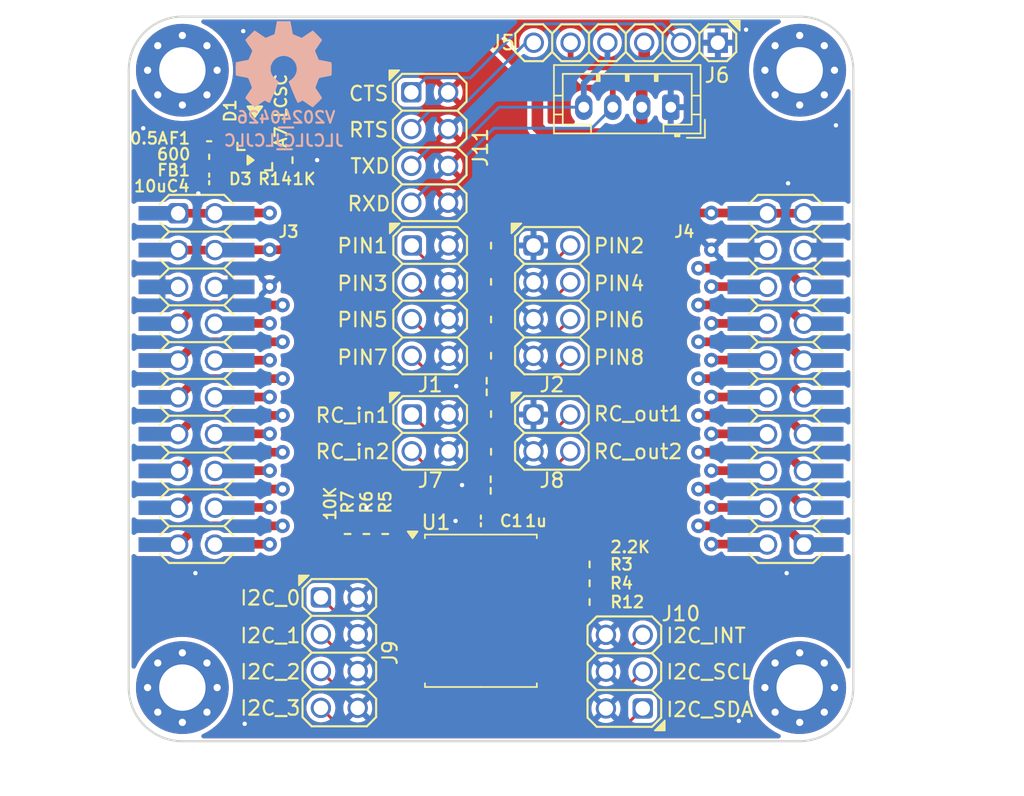
<source format=kicad_pcb>
(kicad_pcb (version 20221018) (generator pcbnew)
  (layers (0 "F.Cu" signal) (31 "B.Cu" signal) (34 "B.Paste" user) (35 "F.Paste" user) (36 "B.SilkS" user "B.Silkscreen") (37 "F.SilkS" user "F.Silkscreen") (38 "B.Mask" user) (39 "F.Mask" user) (44 "Edge.Cuts" user))
  (net 0 "")
  (net 1 "/VBUS")
  (net 2 "/VSS")
  (net 3 "/GPIO_28")
  (net 4 "/GPIO_29")
  (net 5 "/GPIO_20")
  (net 6 "/GPIO_23")
  (net 7 "/GPIO_27")
  (net 8 "/GPIO_16")
  (net 9 "/GPIO_21")
  (net 10 "/GPIO_19")
  (net 11 "/GPIO_17")
  (net 12 "/GPIO_18")
  (net 13 "/GPIO_15")
  (net 14 "/GPIO_14")
  (net 15 "/GPIO_22")
  (net 16 "/GPIO_24")
  (net 17 "/GPIO_25")
  (net 18 "/GPIO_26")
  (net 19 "/GPIO_13")
  (net 20 "/GPIO_12")
  (net 21 "/GPIO_11")
  (net 22 "/GPIO_10")
  (net 23 "/GPIO_09")
  (net 24 "/GPIO_08")
  (net 25 "/GPIO_07")
  (net 26 "/GPIO_06")
  (net 27 "/GPIO_05")
  (net 28 "/GPIO_04")
  (net 29 "/GPIO_03")
  (net 30 "/GPIO_02")
  (net 31 "/GPIO_01")
  (net 32 "/GPIO_00")
  (net 33 "/VDD1")
  (net 34 "/VDD2")
  (net 35 "Net-(F1-Pad1)")
  (net 36 "/TXD")
  (net 37 "/RXD")
  (net 38 "/RTS")
  (net 39 "/CTS")
  (net 40 "Net-(D1-K)")
  (net 41 "/VIN")
  (net 42 "/SDA")
  (net 43 "/SCL")
  (net 44 "Net-(U1-A0)")
  (net 45 "Net-(U1-A1)")
  (net 46 "Net-(U1-A2)")
  (net 47 "Net-(U1-P4)")
  (net 48 "/INT")
  (net 49 "Net-(D3-K)")
  (net 50 "Net-(U1-P6)")
  (net 51 "Net-(J9-Pin_1)")
  (net 52 "Net-(J9-Pin_3)")
  (net 53 "Net-(J9-Pin_5)")
  (net 54 "Net-(J9-Pin_7)")
  (net 55 "Net-(J8-Pin_2)")
  (net 56 "Net-(J8-Pin_4)")
  (net 57 "Net-(J1-Pin_1)")
  (net 58 "Net-(J1-Pin_3)")
  (net 59 "Net-(J1-Pin_5)")
  (net 60 "Net-(J1-Pin_7)")
  (net 61 "Net-(J2-Pin_2)")
  (net 62 "Net-(J2-Pin_4)")
  (net 63 "Net-(J2-Pin_6)")
  (net 64 "Net-(J2-Pin_8)")
  (net 65 "Net-(J7-Pin_1)")
  (net 66 "Net-(J7-Pin_3)")
  (footprint "MountingHole:MountingHole_3.2mm_M3_Pad_Via" (layer "F.Cu") (at 63.7 64.7)
    (fp_text reference "H1" hide)
    (fp_text value "MountingHole" hide)
  )
  (footprint "MountingHole:MountingHole_3.2mm_M3_Pad_Via" (layer "F.Cu") (at 106.3 64.7)
    (fp_text reference "H2" hide)
    (fp_text value "MountingHole" hide)
  )
  (footprint "MountingHole:MountingHole_3.2mm_M3_Pad_Via" (layer "F.Cu") (at 63.7 107.3)
    (fp_text reference "H4" hide)
    (fp_text value "MountingHole" hide)
  )
  (footprint "MountingHole:MountingHole_3.2mm_M3_Pad_Via" (layer "F.Cu") (at 106.3 107.3)
    (fp_text reference "H3" hide)
    (fp_text value "MountingHole" hide)
  )
  (footprint "SquantorConnectorsNamed:nuclone_small_right_stacked" (layer "F.Cu") (at 105.32 86 90)
    (fp_text reference "J4")
    (fp_text value "nuclone_small_right")
  )
  (footprint "SquantorConnectorsNamed:nuclone_small_left_stacked" (layer "F.Cu") (at 64.68 86 -90)
    (fp_text reference "J3")
    (fp_text value "nuclone_small_left")
  )
  (footprint "SquantorTestPoints:TestPoint_hole_H05R10_2side" (layer "F.Cu") (at 69.723 74.549)
    (fp_text reference "TP1" hide)
    (fp_text value "VDD1" hide)
  )
  (footprint "SquantorTestPoints:TestPoint_hole_H05R10_2side" (layer "F.Cu") (at 69.723 77.089)
    (fp_text reference "TP2" hide)
    (fp_text value "VBUS" hide)
  )
  (footprint "SquantorTestPoints:TestPoint_hole_H05R10_2side" (layer "F.Cu") (at 69.723 79.629)
    (fp_text reference "TP3" hide)
    (fp_text value "VSS" hide)
  )
  (footprint "SquantorTestPoints:TestPoint_hole_H05R10_2side" (layer "F.Cu") (at 70.612 80.9)
    (fp_text reference "TP4" hide)
    (fp_text value "P00" hide)
  )
  (footprint "SquantorTestPoints:TestPoint_hole_H05R10_2side" (layer "F.Cu") (at 69.723 82.169)
    (fp_text reference "TP5" hide)
    (fp_text value "P01" hide)
  )
  (footprint "SquantorTestPoints:TestPoint_hole_H05R10_2side" (layer "F.Cu") (at 70.612 83.439)
    (fp_text reference "TP6" hide)
    (fp_text value "P02" hide)
  )
  (footprint "SquantorTestPoints:TestPoint_hole_H05R10_2side" (layer "F.Cu") (at 69.723 84.709)
    (fp_text reference "TP7" hide)
    (fp_text value "P03" hide)
  )
  (footprint "SquantorTestPoints:TestPoint_hole_H05R10_2side" (layer "F.Cu") (at 70.612 85.979)
    (fp_text reference "TP8" hide)
    (fp_text value "P04" hide)
  )
  (footprint "SquantorTestPoints:TestPoint_hole_H05R10_2side" (layer "F.Cu") (at 69.723 87.249)
    (fp_text reference "TP9" hide)
    (fp_text value "P05" hide)
  )
  (footprint "SquantorTestPoints:TestPoint_hole_H05R10_2side" (layer "F.Cu") (at 70.612 88.519)
    (fp_text reference "TP10" hide)
    (fp_text value "P06" hide)
  )
  (footprint "SquantorTestPoints:TestPoint_hole_H05R10_2side" (layer "F.Cu") (at 69.723 89.789)
    (fp_text reference "TP11" hide)
    (fp_text value "P07" hide)
  )
  (footprint "SquantorTestPoints:TestPoint_hole_H05R10_2side" (layer "F.Cu") (at 70.612 91.059)
    (fp_text reference "TP12" hide)
    (fp_text value "P08" hide)
  )
  (footprint "SquantorTestPoints:TestPoint_hole_H05R10_2side" (layer "F.Cu") (at 69.723 92.329)
    (fp_text reference "TP13" hide)
    (fp_text value "P09" hide)
  )
  (footprint "SquantorTestPoints:TestPoint_hole_H05R10_2side" (layer "F.Cu") (at 70.612 93.599)
    (fp_text reference "TP14" hide)
    (fp_text value "P10" hide)
  )
  (footprint "SquantorTestPoints:TestPoint_hole_H05R10_2side" (layer "F.Cu") (at 69.723 94.869)
    (fp_text reference "TP15" hide)
    (fp_text value "P11" hide)
  )
  (footprint "SquantorTestPoints:TestPoint_hole_H05R10_2side" (layer "F.Cu") (at 70.612 96.139)
    (fp_text reference "TP16" hide)
    (fp_text value "P12" hide)
  )
  (footprint "SquantorTestPoints:TestPoint_hole_H05R10_2side" (layer "F.Cu") (at 69.723 97.409)
    (fp_text reference "TP17" hide)
    (fp_text value "P13" hide)
  )
  (footprint "SquantorTestPoints:TestPoint_hole_H05R10_2side" (layer "F.Cu") (at 100.203 74.549)
    (fp_text reference "TP18" hide)
    (fp_text value "VDD2" hide)
  )
  (footprint "SquantorTestPoints:TestPoint_hole_H05R10_2side" (layer "F.Cu") (at 100.203 77.089)
    (fp_text reference "TP19" hide)
    (fp_text value "VSS" hide)
  )
  (footprint "SquantorTestPoints:TestPoint_hole_H05R10_2side" (layer "F.Cu") (at 99.314 78.359)
    (fp_text reference "TP20" hide)
    (fp_text value "P29" hide)
  )
  (footprint "SquantorTestPoints:TestPoint_hole_H05R10_2side" (layer "F.Cu") (at 100.203 79.629)
    (fp_text reference "TP21" hide)
    (fp_text value "P28" hide)
  )
  (footprint "SquantorTestPoints:TestPoint_hole_H05R10_2side" (layer "F.Cu") (at 99.314 80.899)
    (fp_text reference "TP22" hide)
    (fp_text value "P27" hide)
  )
  (footprint "SquantorTestPoints:TestPoint_hole_H05R10_2side" (layer "F.Cu") (at 100.203 82.169)
    (fp_text reference "TP23" hide)
    (fp_text value "P26" hide)
  )
  (footprint "SquantorTestPoints:TestPoint_hole_H05R10_2side" (layer "F.Cu") (at 99.314 83.439)
    (fp_text reference "TP24" hide)
    (fp_text value "P25" hide)
  )
  (footprint "SquantorTestPoints:TestPoint_hole_H05R10_2side" (layer "F.Cu") (at 100.203 84.7)
    (fp_text reference "TP25" hide)
    (fp_text value "P24" hide)
  )
  (footprint "SquantorTestPoints:TestPoint_hole_H05R10_2side" (layer "F.Cu") (at 99.314 85.979)
    (fp_text reference "TP26" hide)
    (fp_text value "P23" hide)
  )
  (footprint "SquantorTestPoints:TestPoint_hole_H05R10_2side" (layer "F.Cu") (at 100.203 87.249)
    (fp_text reference "TP27" hide)
    (fp_text value "P22" hide)
  )
  (footprint "SquantorTestPoints:TestPoint_hole_H05R10_2side" (layer "F.Cu") (at 99.314 88.519)
    (fp_text reference "TP28" hide)
    (fp_text value "P21" hide)
  )
  (footprint "SquantorTestPoints:TestPoint_hole_H05R10_2side" (layer "F.Cu") (at 100.203 89.789)
    (fp_text reference "TP29" hide)
    (fp_text value "P20" hide)
  )
  (footprint "SquantorTestPoints:TestPoint_hole_H05R10_2side" (layer "F.Cu") (at 99.314 91.059)
    (fp_text reference "TP30" hide)
    (fp_text value "P19" hide)
  )
  (footprint "SquantorTestPoints:TestPoint_hole_H05R10_2side" (layer "F.Cu") (at 99.314 93.599)
    (fp_text reference "TP32" hide)
    (fp_text value "P17" hide)
  )
  (footprint "SquantorTestPoints:TestPoint_hole_H05R10_2side" (layer "F.Cu") (at 100.2 94.869)
    (fp_text reference "TP33" hide)
    (fp_text value "P16" hide)
  )
  (footprint "SquantorTestPoints:TestPoint_hole_H05R10_2side" (layer "F.Cu") (at 99.314 96.139)
    (fp_text reference "TP34" hide)
    (fp_text value "P15" hide)
  )
  (footprint "SquantorTestPoints:TestPoint_hole_H05R10_2side" (layer "F.Cu") (at 100.2 97.4)
    (fp_text reference "TP35" hide)
    (fp_text value "P14" hide)
  )
  (footprint "SquantorCapacitor:C_0603" (layer "F.Cu") (at 65.55 72.2 180)
    (fp_text reference "C4")
    (fp_text value "10u")
  )
  (footprint "SquantorFuse:F_0603_hand" (layer "F.Cu") (at 65.55 69.6)
    (fp_text reference "F1")
    (fp_text value "0.5A")
  )
  (footprint "SquantorInductor:L_0603" (layer "F.Cu") (at 65.55 70.9 180)
    (fp_text reference "FB1")
    (fp_text value "600")
  )
  (footprint "SquantorTestPoints:TestPoint_hole_H05R10_2side" (layer "F.Cu") (at 100.203 92.329)
    (fp_text reference "TP31" hide)
    (fp_text value "P18" hide)
  )
  (footprint "SquantorResistor:R_0603_hand" (layer "F.Cu") (at 75.1 96.7 -90)
    (fp_text reference "R7")
    (fp_text value "10K")
  )
  (footprint "SquantorResistor:R_0603_hand" (layer "F.Cu") (at 77.7 96.7 -90)
    (fp_text reference "R5")
    (fp_text value "10K" hide)
  )
  (footprint "SquantorCapacitor:C_0603" (layer "F.Cu") (at 84.3 95.8)
    (fp_text reference "C1")
    (fp_text value "1u")
  )
  (footprint "SquantorResistor:R_0603_hand" (layer "F.Cu") (at 91.8 98.8)
    (fp_text reference "R3")
    (fp_text value "2.2K" hide)
  )
  (footprint "SquantorResistor:R_0805+0603" (layer "F.Cu") (at 85 84.4)
    (fp_text reference "R11" hide)
    (fp_text value "1K" hide)
  )
  (footprint "SquantorConnectors:Header-0254-2X04-H010" (layer "F.Cu") (at 74.53 104.89 -90)
    (fp_text reference "J9")
    (fp_text value "Conn_02x04_Odd_Even")
  )
  (footprint "SquantorConnectors:Header-0254-2X03-H010" (layer "F.Cu") (at 94.2 106.2 90)
    (fp_text reference "J10")
    (fp_text value "Conn_02x03_Odd_Even")
  )
  (footprint "SquantorDiodes:SOD-123F-hand" (layer "F.Cu") (at 68.7 67.5 90)
    (fp_text reference "D1")
    (fp_text value "A7 LCSC")
  )
  (footprint "SquantorResistor:R_0603_hand" (layer "F.Cu") (at 91.8 100.1)
    (fp_text reference "R4")
    (fp_text value "2.2K")
  )
  (footprint "SquantorConnectors:Header-0254-2X04-H010" (layer "F.Cu") (at 80.8 80.6 -90)
    (fp_text reference "J1")
    (fp_text value "Conn_02x04_Odd_Even")
  )
  (footprint "SquantorConnectors:Header-0254-2X02-H010" (layer "F.Cu") (at 89.2 89.725 -90)
    (fp_text reference "J8")
    (fp_text value "Conn_02x02_Odd_Even")
  )
  (footprint "SquantorResistor:R_0805+0603" (layer "F.Cu") (at 85 81.9)
    (fp_text reference "R10" hide)
    (fp_text value "1K" hide)
  )
  (footprint "SquantorResistor:R_0805+0603" (layer "F.Cu") (at 85 91.025)
    (fp_text reference "R9" hide)
    (fp_text value "1K" hide)
  )
  (footprint "SquantorResistor:R_0603_hand" (layer "F.Cu") (at 76.4 96.7 -90)
    (fp_text reference "R6")
    (fp_text value "10K" hide)
  )
  (footprint "SquantorResistor:R_0805+0603" (layer "F.Cu") (at 85 79.3)
    (fp_text reference "R2" hide)
    (fp_text value "1K" hide)
  )
  (footprint "SquantorConnectors:Header-0254-2X02-H010" (layer "F.Cu") (at 80.8 89.725 -90)
    (fp_text reference "J7")
    (fp_text value "Conn_02x02_Odd_Even")
  )
  (footprint "Connector_JST:JST_PH_B4B-PH-K_1x04_P2.00mm_Vertical" (layer "F.Cu") (at 97.4 67.25 180)
    (fp_text reference "J6")
    (fp_text value "DevBoardUartInput" hide)
  )
  (footprint "SquantorCapacitor:C_0805+0603" (layer "F.Cu") (at 84.975 93.325)
    (fp_text reference "C3" hide)
    (fp_text value "1u" hide)
  )
  (footprint "SquantorDiodes:LED_0603_hand" (layer "F.Cu") (at 68.4 70.9 180)
    (fp_text reference "D3")
    (fp_text value "LED")
  )
  (footprint "SquantorResistor:R_0805+0603" (layer "F.Cu") (at 85 76.8)
    (fp_text reference "R1" hide)
    (fp_text value "1K" hide)
  )
  (footprint "SquantorResistor:R_0805+0603" (layer "F.Cu") (at 85 88.425)
    (fp_text reference "R13" hide)
    (fp_text value "1K" hide)
  )
  (footprint "SquantorConnectors:Header-0254-2X04-H010" (layer "F.Cu") (at 80.77 70.03 -90)
    (fp_text reference "J11")
    (fp_text value "Conn_02x04_Odd_Even")
  )
  (footprint "SquantorCapacitor:C_0805+0603" (layer "F.Cu") (at 84.7 86.525)
    (fp_text reference "C2" hide)
    (fp_text value "1u" hide)
  )
  (footprint "SquantorResistor:R_0603_hand" (layer "F.Cu") (at 71.3 70.9 180)
    (fp_text reference "R14")
    (fp_text value "1K")
  )
  (footprint "SquantorConnectors:Header-0254-1X06-H010" (layer "F.Cu") (at 94.3 62.8 180)
    (fp_text reference "J5")
    (fp_text value "FTDI_PINS_1X06")
  )
  (footprint "SquantorResistor:R_0603_hand" (layer "F.Cu") (at 91.8 101.4)
    (fp_text reference "R12")
    (fp_text value "2.2K" hide)
  )
  (footprint "SquantorConnectors:Header-0254-2X04-H010" (layer "F.Cu") (at 89.2 80.6 -90)
    (fp_text reference "J2")
    (fp_text value "Conn_02x04_Odd_Even")
  )
  (footprint "Package_SO:SOIC-16W_7.5x10.3mm_P1.27mm" (layer "F.Cu") (at 84.3 102)
    (fp_text reference "U1")
    (fp_text value "PCF8574")
  )
  (footprint "Symbol:OSHW-Symbol_6.7x6mm_SilkScreen" (layer "B.Cu") (at 70.7 64.3 180)
    (fp_text reference "N1" hide)
    (fp_text value "OHWLOGO" hide)
  )
  (footprint "SquantorLabels:Label_Generic" (layer "B.Cu") (at 70.75 69.55 180)
    (fp_text reference "N3" hide)
    (fp_text value "JLCJLCJLCJLC")
  )
  (footprint "SquantorLabels:Label_Generic" (layer "B.Cu") (at 70.85 68.05 180)
    (fp_text reference "N2" hide)
    (fp_text value "V20240426")
  )
  (gr_arc (start 110 107.3) (mid 108.916295 109.916295) (end 106.3 111) (stroke (width 0.15)) (layer "Edge.Cuts"))
  (gr_arc (start 63.7 111) (mid 61.083705 109.916295) (end 60 107.3) (stroke (width 0.15)) (layer "Edge.Cuts"))
  (gr_line (start 60 64.7) (end 60 107.3) (stroke (width 0.15)) (layer "Edge.Cuts"))
  (gr_line (start 106.3 61) (end 63.7 61) (stroke (width 0.15)) (layer "Edge.Cuts"))
  (gr_line (start 110 107.3) (end 110 64.7) (stroke (width 0.15)) (layer "Edge.Cuts"))
  (gr_arc (start 106.3 61) (mid 108.916295 62.083705) (end 110 64.7) (stroke (width 0.15)) (layer "Edge.Cuts"))
  (gr_arc (start 60 64.7) (mid 61.083705 62.083705) (end 63.7 61) (stroke (width 0.15)) (layer "Edge.Cuts"))
  (gr_line (start 63.7 111) (end 106.3 111) (stroke (width 0.15)) (layer "Edge.Cuts"))
  (gr_text "I2C_INT" (at 97 104.295) (layer "F.SilkS") (effects (font (size 1 1)) (justify left bottom)))
  (gr_text "RTS" (at 75.1 69.4) (layer "F.SilkS") (effects (font (size 1 1)) (justify left bottom)))
  (gr_text "PIN8" (at 92 85.1) (layer "F.SilkS") (effects (font (size 1 1)) (justify left bottom)))
  (gr_text "I2C_2" (at 67.6 106.8) (layer "F.SilkS") (effects (font (size 1 1)) (justify left bottom)))
  (gr_text "TXD" (at 75.2 71.9) (layer "F.SilkS") (effects (font (size 1 1)) (justify left bottom)))
  (gr_text "PIN2" (at 92 77.4) (layer "F.SilkS") (effects (font (size 1 1)) (justify left bottom)))
  (gr_text "PIN3" (at 74.3 80) (layer "F.SilkS") (effects (font (size 1 1)) (justify left bottom)))
  (gr_text "I2C_3" (at 67.6 109.3) (layer "F.SilkS") (effects (font (size 1 1)) (justify left bottom)))
  (gr_text "RC_in2" (at 72.8 91.6) (layer "F.SilkS") (effects (font (size 1 1)) (justify left bottom)))
  (gr_text "I2C_1" (at 67.6 104.3) (layer "F.SilkS") (effects (font (size 1 1)) (justify left bottom)))
  (gr_text "I2C_SDA" (at 97 109.4) (layer "F.SilkS") (effects (font (size 1 1)) (justify left bottom)))
  (gr_text "I2C_0" (at 67.6 101.7) (layer "F.SilkS") (effects (font (size 1 1)) (justify left bottom)))
  (gr_text "I2C_SCL" (at 97 106.8) (layer "F.SilkS") (effects (font (size 1 1)) (justify left bottom)))
  (gr_text "RXD" (at 75 74.5) (layer "F.SilkS") (effects (font (size 1 1)) (justify left bottom)))
  (gr_text "RC_in1" (at 72.8 89.1) (layer "F.SilkS") (effects (font (size 1 1)) (justify left bottom)))
  (gr_text "PIN5" (at 74.3 82.5) (layer "F.SilkS") (effects (font (size 1 1)) (justify left bottom)))
  (gr_text "PIN7" (at 74.3 85.1) (layer "F.SilkS") (effects (font (size 1 1)) (justify left bottom)))
  (gr_text "PIN4" (at 92 80) (layer "F.SilkS") (effects (font (size 1 1)) (justify left bottom)))
  (gr_text "PIN6" (at 92 82.5) (layer "F.SilkS") (effects (font (size 1 1)) (justify left bottom)))
  (gr_text "RC_out2" (at 92 91.6) (layer "F.SilkS") (effects (font (size 1 1)) (justify left bottom)))
  (gr_text "PIN1" (at 74.3 77.4) (layer "F.SilkS") (effects (font (size 1 1)) (justify left bottom)))
  (gr_text "CTS" (at 75.1 66.9) (layer "F.SilkS") (effects (font (size 1 1)) (justify left bottom)))
  (gr_text "RC_out1" (at 92 89) (layer "F.SilkS") (effects (font (size 1 1)) (justify left bottom)))
  (segment (start 69.2 72.2) (end 66.3 72.2) (width 0.6) (layer "F.Cu") (net 1))
  (segment (start 66.3 70.9) (end 66.3 72.2) (width 0.8) (layer "F.Cu") (net 1))
  (segment (start 69.723 77.089) (end 70.511 77.089) (width 0.6) (layer "F.Cu") (net 1))
  (segment (start 62.33 77.11) (end 67.03 77.11) (width 0.6) (layer "F.Cu") (net 1))
  (segment (start 67.051 77.089) (end 67.03 77.11) (width 0.6) (layer "F.Cu") (net 1))
  (segment (start 66.3 70.9) (end 67.55 70.9) (width 0.4) (layer "F.Cu") (net 1))
  (segment (start 69.723 77.089) (end 67.051 77.089) (width 0.6) (layer "F.Cu") (net 1))
  (segment (start 71 76.6) (end 71 74) (width 0.6) (layer "F.Cu") (net 1))
  (segment (start 71 74) (end 69.2 72.2) (width 0.6) (layer "F.Cu") (net 1))
  (segment (start 70.511 77.089) (end 71 76.6) (width 0.6) (layer "F.Cu") (net 1))
  (segment (start 79.65 106.445) (end 82.855 106.445) (width 0.6) (layer "F.Cu") (net 2))
  (segment (start 83.55 105.75) (end 83.55 95.8) (width 0.6) (layer "F.Cu") (net 2))
  (segment (start 82.855 106.445) (end 83.55 105.75) (width 0.6) (layer "F.Cu") (net 2))
  (via (at 64.6 99.4) (size 0.6) (drill 0.3) (layers "F.Cu" "B.Cu") (net 2))
  (via (at 105.4 99.4) (size 0.6) (drill 0.3) (layers "F.Cu" "B.Cu") (net 2))
  (via (at 102.1 109.6) (size 0.6) (drill 0.3) (layers "F.Cu" "B.Cu") (net 2))
  (via (at 68 109.8) (size 0.6) (drill 0.3) (layers "F.Cu" "B.Cu") (net 2))
  (via (at 67.9 62) (size 0.6) (drill 0.3) (layers "F.Cu" "B.Cu") (net 2))
  (via (at 61 68.7) (size 0.6) (drill 0.3) (layers "F.Cu" "B.Cu") (net 2))
  (via (at 102.6 61.9) (size 0.6) (drill 0.3) (layers "F.Cu" "B.Cu") (net 2))
  (via (at 108.8 68.5) (size 0.6) (drill 0.3) (layers "F.Cu" "B.Cu") (net 2))
  (via (at 73 70.9) (size 0.6) (drill 0.3) (layers "F.Cu" "B.Cu") (net 2))
  (via (at 83 93.325) (size 0.6) (drill 0.3) (layers "F.Cu" "B.Cu") (net 2))
  (via (at 76.4 94.9) (size 0.6) (drill 0.3) (layers "F.Cu" "B.Cu") (net 2))
  (via (at 105.5 72.5) (size 0.6) (drill 0.3) (layers "F.Cu" "B.Cu") (net 2))
  (via (at 82.6 86.5) (size 0.6) (drill 0.3) (layers "F.Cu" "B.Cu") (net 2))
  (via (at 64.8 73.2) (size 0.6) (drill 0.3) (layers "F.Cu" "B.Cu") (net 2))
  (via (at 82.55 95.8) (size 0.6) (drill 0.3) (layers "F.Cu" "B.Cu") (net 2))
  (segment (start 100.203 79.629) (end 102.949 79.629) (width 0.6) (layer "F.Cu") (net 3))
  (segment (start 102.949 79.629) (end 102.97 79.65) (width 0.6) (layer "F.Cu") (net 3))
  (segment (start 105.299 78.359) (end 106.59 79.65) (width 0.6) (layer "F.Cu") (net 4))
  (segment (start 99.314 78.359) (end 105.299 78.359) (width 0.6) (layer "F.Cu") (net 4))
  (segment (start 100.203 89.789) (end 102.949 89.789) (width 0.6) (layer "F.Cu") (net 5))
  (segment (start 102.949 89.789) (end 102.97 89.81) (width 0.6) (layer "F.Cu") (net 5))
  (segment (start 99.314 85.979) (end 105.299 85.979) (width 0.6) (layer "F.Cu") (net 6))
  (segment (start 105.299 85.979) (end 106.59 87.27) (width 0.6) (layer "F.Cu") (net 6))
  (segment (start 105.299 80.899) (end 106.59 82.19) (width 0.6) (layer "F.Cu") (net 7))
  (segment (start 99.314 80.899) (end 105.299 80.899) (width 0.6) (layer "F.Cu") (net 7))
  (segment (start 100.2 94.869) (end 102.949 94.869) (width 0.6) (layer "F.Cu") (net 8))
  (segment (start 102.949 94.869) (end 102.97 94.89) (width 0.6) (layer "F.Cu") (net 8))
  (segment (start 105.299 88.519) (end 106.59 89.81) (width 0.6) (layer "F.Cu") (net 9))
  (segment (start 99.314 88.519) (end 105.299 88.519) (width 0.6) (layer "F.Cu") (net 9))
  (segment (start 105.299 91.059) (end 106.59 92.35) (width 0.6) (layer "F.Cu") (net 10))
  (segment (start 99.314 91.059) (end 105.299 91.059) (width 0.6) (layer "F.Cu") (net 10))
  (segment (start 99.314 93.599) (end 105.299 93.599) (width 0.6) (layer "F.Cu") (net 11))
  (segment (start 105.299 93.599) (end 106.59 94.89) (width 0.6) (layer "F.Cu") (net 11))
  (segment (start 102.949 92.329) (end 102.97 92.35) (width 0.6) (layer "F.Cu") (net 12))
  (segment (start 100.203 92.329) (end 102.949 92.329) (width 0.6) (layer "F.Cu") (net 12))
  (segment (start 105.299 96.139) (end 106.59 97.43) (width 0.6) (layer "F.Cu") (net 13))
  (segment (start 99.314 96.139) (end 105.299 96.139) (width 0.6) (layer "F.Cu") (net 13))
  (segment (start 102.94 97.4) (end 102.97 97.43) (width 0.6) (layer "F.Cu") (net 14))
  (segment (start 100.2 97.4) (end 102.94 97.4) (width 0.6) (layer "F.Cu") (net 14))
  (segment (start 102.949 87.249) (end 102.97 87.27) (width 0.6) (layer "F.Cu") (net 15))
  (segment (start 100.203 87.249) (end 102.949 87.249) (width 0.6) (layer "F.Cu") (net 15))
  (segment (start 100.203 84.7) (end 102.94 84.7) (width 0.6) (layer "F.Cu") (net 16))
  (segment (start 102.94 84.7) (end 102.97 84.73) (width 0.6) (layer "F.Cu") (net 16))
  (segment (start 99.314 83.439) (end 105.299 83.439) (width 0.6) (layer "F.Cu") (net 17))
  (segment (start 105.299 83.439) (end 106.59 84.73) (width 0.6) (layer "F.Cu") (net 17))
  (segment (start 100.203 82.169) (end 102.949 82.169) (width 0.6) (layer "F.Cu") (net 18))
  (segment (start 102.949 82.169) (end 102.97 82.19) (width 0.6) (layer "F.Cu") (net 18))
  (segment (start 67.051 97.409) (end 67.03 97.43) (width 0.6) (layer "F.Cu") (net 19))
  (segment (start 69.723 97.409) (end 67.051 97.409) (width 0.6) (layer "F.Cu") (net 19))
  (segment (start 64.701 96.139) (end 63.41 97.43) (width 0.6) (layer "F.Cu") (net 20))
  (segment (start 70.612 96.139) (end 64.701 96.139) (width 0.6) (layer "F.Cu") (net 20))
  (segment (start 69.723 94.869) (end 67.051 94.869) (width 0.6) (layer "F.Cu") (net 21))
  (segment (start 67.051 94.869) (end 67.03 94.89) (width 0.6) (layer "F.Cu") (net 21))
  (segment (start 64.701 93.599) (end 63.41 94.89) (width 0.6) (layer "F.Cu") (net 22))
  (segment (start 70.612 93.599) (end 64.701 93.599) (width 0.6) (layer "F.Cu") (net 22))
  (segment (start 69.723 92.329) (end 67.051 92.329) (width 0.6) (layer "F.Cu") (net 23))
  (segment (start 67.051 92.329) (end 67.03 92.35) (width 0.6) (layer "F.Cu") (net 23))
  (segment (start 70.612 91.059) (end 64.701 91.059) (width 0.6) (layer "F.Cu") (net 24))
  (segment (start 64.701 91.059) (end 63.41 92.35) (width 0.6) (layer "F.Cu") (net 24))
  (segment (start 67.051 89.789) (end 67.03 89.81) (width 0.6) (layer "F.Cu") (net 25))
  (segment (start 69.723 89.789) (end 67.051 89.789) (width 0.6) (layer "F.Cu") (net 25))
  (segment (start 70.612 88.519) (end 64.701 88.519) (width 0.6) (layer "F.Cu") (net 26))
  (segment (start 64.701 88.519) (end 63.41 89.81) (width 0.6) (layer "F.Cu") (net 26))
  (segment (start 67.051 87.249) (end 67.03 87.27) (width 0.6) (layer "F.Cu") (net 27))
  (segment (start 69.723 87.249) (end 67.051 87.249) (width 0.6) (layer "F.Cu") (net 27))
  (segment (start 64.701 85.979) (end 63.41 87.27) (width 0.6) (layer "F.Cu") (net 28))
  (segment (start 70.612 85.979) (end 64.701 85.979) (width 0.6) (layer "F.Cu") (net 28))
  (segment (start 67.051 84.709) (end 67.03 84.73) (width 0.6) (layer "F.Cu") (net 29))
  (segment (start 69.723 84.709) (end 67.051 84.709) (width 0.6) (layer "F.Cu") (net 29))
  (segment (start 64.701 83.439) (end 63.41 84.73) (width 0.6) (layer "F.Cu") (net 30))
  (segment (start 70.612 83.439) (end 64.701 83.439) (width 0.6) (layer "F.Cu") (net 30))
  (segment (start 67.051 82.169) (end 67.03 82.19) (width 0.6) (layer "F.Cu") (net 31))
  (segment (start 69.723 82.169) (end 67.051 82.169) (width 0.6) (layer "F.Cu") (net 31))
  (segment (start 64.7 80.9) (end 63.41 82.19) (width 0.6) (layer "F.Cu") (net 32))
  (segment (start 70.612 80.9) (end 64.7 80.9) (width 0.6) (layer "F.Cu") (net 32))
  (segment (start 69.723 74.549) (end 67.051 74.549) (width 0.6) (layer "F.Cu") (net 33))
  (segment (start 67.051 74.549) (end 67.03 74.57) (width 0.4) (layer "F.Cu") (net 33))
  (segment (start 62.33 74.57) (end 67.03 74.57) (width 0.6) (layer "F.Cu") (net 33))
  (segment (start 92.65 101.4) (end 92.65 100.1) (width 0.4) (layer "F.Cu") (net 34))
  (segment (start 85.05 94.85) (end 85 94.8) (width 0.6) (layer "F.Cu") (net 34))
  (segment (start 107.67 74.57) (end 102.97 74.57) (width 0.6) (layer "F.Cu") (net 34))
  (segment (start 85.955 97.555) (end 88.95 97.555) (width 0.6) (layer "F.Cu") (net 34))
  (segment (start 85.05 95.8) (end 85.05 94.85) (width 0.6) (layer "F.Cu") (net 34))
  (segment (start 100.203 74.549) (end 102.949 74.549) (width 0.6) (layer "F.Cu") (net 34))
  (segment (start 77.7 95.85) (end 79.75 95.85) (width 0.6) (layer "F.Cu") (net 34))
  (segment (start 92.65 98.05) (end 92.155 97.555) (width 0.4) (layer "F.Cu") (net 34))
  (segment (start 92.65 98.8) (end 92.65 98.05) (width 0.4) (layer "F.Cu") (net 34))
  (segment (start 92.155 97.555) (end 88.95 97.555) (width 0.4) (layer "F.Cu") (net 34))
  (segment (start 80.8 94.8) (end 85 94.8) (width 0.6) (layer "F.Cu") (net 34))
  (segment (start 85.05 95.8) (end 85.05 96.65) (width 0.6) (layer "F.Cu") (net 34))
  (segment (start 79.75 95.85) (end 80.8 94.8) (width 0.6) (layer "F.Cu") (net 34))
  (segment (start 85.05 96.65) (end 85.955 97.555) (width 0.6) (layer "F.Cu") (net 34))
  (segment (start 85 94.8) (end 95 94.8) (width 0.6) (layer "F.Cu") (net 34))
  (segment (start 102.949 74.549) (end 102.97 74.57) (width 0.6) (layer "F.Cu") (net 34))
  (segment (start 95 94.8) (end 97.2 92.6) (width 0.6) (layer "F.Cu") (net 34))
  (segment (start 97.2 92.6) (end 97.2 76.3) (width 0.6) (layer "F.Cu") (net 34))
  (segment (start 98.951 74.549) (end 100.203 74.549) (width 0.6) (layer "F.Cu") (net 34))
  (segment (start 97.2 76.3) (end 98.951 74.549) (width 0.6) (layer "F.Cu") (net 34))
  (segment (start 92.65 100.1) (end 92.65 98.8) (width 0.4) (layer "F.Cu") (net 34))
  (segment (start 64.8 70.9) (end 64.8 69.6) (width 0.8) (layer "F.Cu") (net 35))
  (segment (start 91.4 67.25) (end 85.55 67.25) (width 0.2) (layer "B.Cu") (net 36))
  (segment (start 93.03 62.8) (end 93.03 63.97) (width 0.4) (layer "B.Cu") (net 36))
  (segment (start 80.8 70) (end 79.5 71.3) (width 0.2) (layer "B.Cu") (net 36))
  (segment (start 85.55 67.25) (end 82.8 70) (width 0.2) (layer "B.Cu") (net 36))
  (segment (start 82.8 70) (end 80.8 70) (width 0.2) (layer "B.Cu") (net 36))
  (segment (start 91.4 65.6) (end 91.4 67.25) (width 0.4) (layer "B.Cu") (net 36))
  (segment (start 93.03 63.97) (end 91.4 65.6) (width 0.4) (layer "B.Cu") (net 36))
  (segment (start 90.49 64.29) (end 91.4 65.2) (width 0.4) (layer "F.Cu") (net 37))
  (segment (start 90.49 62.8) (end 90.49 64.29) (width 0.4) (layer "F.Cu") (net 37))
  (segment (start 93.4 65.7) (end 93.4 67.25) (width 0.4) (layer "F.Cu") (net 37))
  (segment (start 91.4 65.2) (end 92.9 65.2) (width 0.4) (layer "F.Cu") (net 37))
  (segment (start 92.9 65.2) (end 93.4 65.7) (width 0.4) (layer "F.Cu") (net 37))
  (segment (start 91.95 68.7) (end 85.2 68.7) (width 0.2) (layer "B.Cu") (net 37))
  (segment (start 93.4 67.25) (end 91.95 68.7) (width 0.2) (layer "B.Cu") (net 37))
  (segment (start 83.3 70.6) (end 83.3 71.9) (width 0.2) (layer "B.Cu") (net 37))
  (segment (start 85.2 68.7) (end 83.3 70.6) (width 0.2) (layer "B.Cu") (net 37))
  (segment (start 80.74 72.6) (end 79.5 73.84) (width 0.2) (layer "B.Cu") (net 37))
  (segment (start 82.6 72.6) (end 80.74 72.6) (width 0.2) (layer "B.Cu") (net 37))
  (segment (start 83.3 71.9) (end 82.6 72.6) (width 0.2) (layer "B.Cu") (net 37))
  (segment (start 87.4 62.8) (end 82.7 67.5) (width 0.2) (layer "B.Cu") (net 38))
  (segment (start 82.7 67.5) (end 80.76 67.5) (width 0.2) (layer "B.Cu") (net 38))
  (segment (start 87.95 62.8) (end 87.4 62.8) (width 0.2) (layer "B.Cu") (net 38))
  (segment (start 80.76 67.5) (end 79.5 68.76) (width 0.2) (layer "B.Cu") (net 38))
  (segment (start 80.5 65.22) (end 79.5 66.22) (width 0.2) (layer "B.Cu") (net 39))
  (segment (start 96.81 61.5) (end 87.3 61.5) (width 0.2) (layer "B.Cu") (net 39))
  (segment (start 98.11 62.8) (end 96.81 61.5) (width 0.2) (layer "B.Cu") (net 39))
  (segment (start 87.3 61.5) (end 83.58 65.22) (width 0.2) (layer "B.Cu") (net 39))
  (segment (start 83.58 65.22) (end 80.5 65.22) (width 0.2) (layer "B.Cu") (net 39))
  (segment (start 67.52 69.08) (end 67 69.6) (width 0.6) (layer "F.Cu") (net 40))
  (segment (start 68.7 69.08) (end 67.52 69.08) (width 0.6) (layer "F.Cu") (net 40))
  (segment (start 66.3 69.6) (end 67 69.6) (width 0.6) (layer "F.Cu") (net 40))
  (segment (start 68.7 65.92) (end 68.7 63.2) (width 0.8) (layer "F.Cu") (net 41))
  (segment (start 68.7 63.2) (end 69.5 62.4) (width 0.8) (layer "F.Cu") (net 41))
  (segment (start 95.57 65.43) (end 95.57 62.8) (width 0.8) (layer "F.Cu") (net 41))
  (segment (start 85 62.4) (end 88.2 65.6) (width 0.8) (layer "F.Cu") (net 41))
  (segment (start 88.2 68.6) (end 88.7 69.1) (width 0.8) (layer "F.Cu") (net 41))
  (segment (start 95.4 68.8) (end 95.4 67.25) (width 0.8) (layer "F.Cu") (net 41))
  (segment (start 88.2 65.6) (end 88.2 68.6) (width 0.8) (layer "F.Cu") (net 41))
  (segment (start 69.5 62.4) (end 85 62.4) (width 0.8) (layer "F.Cu") (net 41))
  (segment (start 95.4 65.6) (end 95.57 65.43) (width 0.8) (layer "F.Cu") (net 41))
  (segment (start 95.1 69.1) (end 95.4 68.8) (width 0.8) (layer "F.Cu") (net 41))
  (segment (start 95.4 67.25) (end 95.4 65.6) (width 0.8) (layer "F.Cu") (net 41))
  (segment (start 88.7 69.1) (end 95.1 69.1) (width 0.8) (layer "F.Cu") (net 41))
  (segment (start 88.95 98.825) (end 90.925 98.825) (width 0.4) (layer "F.Cu") (net 42))
  (segment (start 87.675 98.825) (end 88.95 98.825) (width 0.2) (layer "F.Cu") (net 42))
  (segment (start 92.2 110) (end 90.5 108.3) (width 0.2) (layer "F.Cu") (net 42))
  (segment (start 90.5 108.3) (end 87.3 108.3) (width 0.2) (layer "F.Cu") (net 42))
  (segment (start 90.925 98.825) (end 90.95 98.8) (width 0.4) (layer "F.Cu") (net 42))
  (segment (start 95.47 108.74) (end 94.21 110) (width 0.2) (layer "F.Cu") (net 42))
  (segment (start 86.3 107.3) (end 86.3 100.2) (width 0.2) (layer "F.Cu") (net 42))
  (segment (start 87.3 108.3) (end 86.3 107.3) (width 0.2) (layer "F.Cu") (net 42))
  (segment (start 86.3 100.2) (end 87.675 98.825) (width 0.2) (layer "F.Cu") (net 42))
  (segment (start 94.21 110) (end 92.2 110) (width 0.2) (layer "F.Cu") (net 42))
  (segment (start 90.945 100.095) (end 90.95 100.1) (width 0.4) (layer "F.Cu") (net 43))
  (segment (start 91.1 107.5) (end 90.8 107.8) (width 0.2) (layer "F.Cu") (net 43))
  (segment (start 90.8 107.8) (end 87.5 107.8) (width 0.2) (layer "F.Cu") (net 43))
  (segment (start 86.8 100.95) (end 87.655 100.095) (width 0.2) (layer "F.Cu") (net 43))
  (segment (start 94.17 107.5) (end 91.1 107.5) (width 0.2) (layer "F.Cu") (net 43))
  (segment (start 86.8 107.1) (end 86.8 100.95) (width 0.2) (layer "F.Cu") (net 43))
  (segment (start 95.47 106.2) (end 94.17 107.5) (width 0.2) (layer "F.Cu") (net 43))
  (segment (start 87.5 107.8) (end 86.8 107.1) (width 0.2) (layer "F.Cu") (net 43))
  (segment (start 88.95 100.095) (end 90.945 100.095) (width 0.4) (layer "F.Cu") (net 43))
  (segment (start 87.655 100.095) (end 88.95 100.095) (width 0.2) (layer "F.Cu") (net 43))
  (segment (start 77.705 97.555) (end 77.7 97.55) (width 0.2) (layer "F.Cu") (net 44))
  (segment (start 79.65 97.555) (end 77.705 97.555) (width 0.2) (layer "F.Cu") (net 44))
  (segment (start 77.125 98.825) (end 76.4 98.1) (width 0.2) (layer "F.Cu") (net 45))
  (segment (start 79.65 98.825) (end 77.125 98.825) (width 0.2) (layer "F.Cu") (net 45))
  (segment (start 76.4 98.1) (end 76.4 97.55) (width 0.2) (layer "F.Cu") (net 45))
  (segment (start 77.095 100.095) (end 75.1 98.1) (width 0.2) (layer "F.Cu") (net 46))
  (segment (start 75.1 98.1) (end 75.1 97.55) (width 0.2) (layer "F.Cu") (net 46))
  (segment (start 79.65 100.095) (end 77.095 100.095) (width 0.2) (layer "F.Cu") (net 46))
  (segment (start 88.95 106.445) (end 90.255 106.445) (width 0.2) (layer "F.Cu") (net 47))
  (segment (start 90.275 105.175) (end 88.95 105.175) (width 0.2) (layer "F.Cu") (net 47))
  (segment (start 90.5 105.4) (end 90.275 105.175) (width 0.2) (layer "F.Cu") (net 47))
  (segment (start 90.5 106.2) (end 90.5 105.4) (width 0.2) (layer "F.Cu") (net 47))
  (segment (start 90.255 106.445) (end 90.5 106.2) (width 0.2) (layer "F.Cu") (net 47))
  (segment (start 91.6 105.6) (end 91.6 106.3) (width 0.2) (layer "F.Cu") (net 48))
  (segment (start 91.6 106.3) (end 90.6 107.3) (width 0.2) (layer "F.Cu") (net 48))
  (segment (start 87.3 106.9) (end 87.3 101.7) (width 0.2) (layer "F.Cu") (net 48))
  (segment (start 94.23 104.9) (end 92.3 104.9) (width 0.2) (layer "F.Cu") (net 48))
  (segment (start 90.6 107.3) (end 87.7 107.3) (width 0.2) (layer "F.Cu") (net 48))
  (segment (start 90.915 101.365) (end 90.95 101.4) (width 0.4) (layer "F.Cu") (net 48))
  (segment (start 88.95 101.365) (end 90.915 101.365) (width 0.4) (layer "F.Cu") (net 48))
  (segment (start 87.3 101.7) (end 87.635 101.365) (width 0.2) (layer "F.Cu") (net 48))
  (segment (start 87.635 101.365) (end 88.95 101.365) (width 0.2) (layer "F.Cu") (net 48))
  (segment (start 95.47 103.66) (end 94.23 104.9) (width 0.2) (layer "F.Cu") (net 48))
  (segment (start 92.3 104.9) (end 91.6 105.6) (width 0.2) (layer "F.Cu") (net 48))
  (segment (start 87.7 107.3) (end 87.3 106.9) (width 0.2) (layer "F.Cu") (net 48))
  (segment (start 69.25 70.9) (end 70.45 70.9) (width 0.4) (layer "F.Cu") (net 49))
  (segment (start 90.195 103.905) (end 88.95 103.905) (width 0.2) (layer "F.Cu") (net 50))
  (segment (start 90.4 102.8) (end 90.4 103.7) (width 0.2) (layer "F.Cu") (net 50))
  (segment (start 90.235 102.635) (end 90.4 102.8) (width 0.2) (layer "F.Cu") (net 50))
  (segment (start 90.4 103.7) (end 90.195 103.905) (width 0.2) (layer "F.Cu") (net 50))
  (segment (start 88.95 102.635) (end 90.235 102.635) (width 0.2) (layer "F.Cu") (net 50))
  (segment (start 79.65 101.365) (end 78.335 101.365) (width 0.2) (layer "F.Cu") (net 51))
  (segment (start 78.335 101.365) (end 77.3 102.4) (width 0.2) (layer "F.Cu") (net 51))
  (segment (start 77.3 102.4) (end 74.58 102.4) (width 0.2) (layer "F.Cu") (net 51))
  (segment (start 74.58 102.4) (end 73.26 101.08) (width 0.2) (layer "F.Cu") (net 51))
  (segment (start 78.365 102.635) (end 77.1 103.9) (width 0.2) (layer "F.Cu") (net 52))
  (segment (start 74.54 104.9) (end 73.26 103.62) (width 0.2) (layer "F.Cu") (net 52))
  (segment (start 77.1 103.9) (end 77.1 104.2) (width 0.2) (layer "F.Cu") (net 52))
  (segment (start 79.65 102.635) (end 78.365 102.635) (width 0.2) (layer "F.Cu") (net 52))
  (segment (start 76.4 104.9) (end 74.54 104.9) (width 0.2) (layer "F.Cu") (net 52))
  (segment (start 77.1 104.2) (end 76.4 104.9) (width 0.2) (layer "F.Cu") (net 52))
  (segment (start 74.5 107.4) (end 73.26 106.16) (width 0.2) (layer "F.Cu") (net 53))
  (segment (start 77.4 106.5) (end 76.5 107.4) (width 0.2) (layer "F.Cu") (net 53))
  (segment (start 76.5 107.4) (end 74.5 107.4) (width 0.2) (layer "F.Cu") (net 53))
  (segment (start 78.295 103.905) (end 77.4 104.8) (width 0.2) (layer "F.Cu") (net 53))
  (segment (start 79.65 103.905) (end 78.295 103.905) (width 0.2) (layer "F.Cu") (net 53))
  (segment (start 77.4 104.8) (end 77.4 106.5) (width 0.2) (layer "F.Cu") (net 53))
  (segment (start 76.4 110) (end 74.56 110) (width 0.2) (layer "F.Cu") (net 54))
  (segment (start 74.56 110) (end 73.26 108.7) (width 0.2) (layer "F.Cu") (net 54))
  (segment (start 79.65 105.175) (end 78.325 105.175) (width 0.2) (layer "F.Cu") (net 54))
  (segment (start 77.9 105.6) (end 77.9 108.5) (width 0.2) (layer "F.Cu") (net 54))
  (segment (start 78.325 105.175) (end 77.9 105.6) (width 0.2) (layer "F.Cu") (net 54))
  (segment (start 77.9 108.5) (end 76.4 110) (width 0.2) (layer "F.Cu") (net 54))
  (segment (start 85.775 88.425) (end 85.775 89.4) (width 0.2) (layer "F.Cu") (net 55))
  (segment (start 85.625 86.525) (end 85.625 87.4) (width 0.2) (layer "F.Cu") (net 55))
  (segment (start 89.2 89.725) (end 90.47 88.455) (width 0.2) (layer "F.Cu") (net 55))
  (segment (start 86.1 89.725) (end 89.2 89.725) (width 0.2) (layer "F.Cu") (net 55))
  (segment (start 85.775 87.55) (end 85.775 88.425) (width 0.2) (layer "F.Cu") (net 55))
  (segment (start 85.625 87.4) (end 85.775 87.55) (width 0.2) (layer "F.Cu") (net 55))
  (segment (start 85.775 89.4) (end 86.1 89.725) (width 0.2) (layer "F.Cu") (net 55))
  (segment (start 89.24 92.225) (end 90.47 90.995) (width 0.2) (layer "F.Cu") (net 56))
  (segment (start 87.2 92.225) (end 89.24 92.225) (width 0.2) (layer "F.Cu") (net 56))
  (segment (start 85.9 92.125) (end 85.9 93.325) (width 0.2) (layer "F.Cu") (net 56))
  (segment (start 87.1 92.125) (end 87.2 92.225) (width 0.2) (layer "F.Cu") (net 56))
  (segment (start 85.9 92.125) (end 87.1 92.125) (width 0.2) (layer "F.Cu") (net 56))
  (segment (start 85.775 91.025) (end 85.775 92) (width 0.2) (layer "F.Cu") (net 56))
  (segment (start 85.775 92) (end 85.9 92.125) (width 0.2) (layer "F.Cu") (net 56))
  (segment (start 83.9 78.1) (end 80.8 78.1) (width 0.2) (layer "F.Cu") (net 57))
  (segment (start 79.53 76.83) (end 79.53 76.79) (width 0.2) (layer "F.Cu") (net 57))
  (segment (start 80.8 78.1) (end 79.53 76.83) (width 0.2) (layer "F.Cu") (net 57))
  (segment (start 84.225 77.775) (end 83.9 78.1) (width 0.2) (layer "F.Cu") (net 57))
  (segment (start 84.225 76.8) (end 84.225 77.775) (width 0.2) (layer "F.Cu") (net 57))
  (segment (start 84.225 79.3) (end 84.225 80.275) (width 0.2) (layer "F.Cu") (net 58))
  (segment (start 83.9 80.6) (end 80.8 80.6) (width 0.2) (layer "F.Cu") (net 58))
  (segment (start 84.225 80.275) (end 83.9 80.6) (width 0.2) (layer "F.Cu") (net 58))
  (segment (start 80.8 80.6) (end 79.53 79.33) (width 0.2) (layer "F.Cu") (net 58))
  (segment (start 84.225 81.9) (end 84.225 82.875) (width 0.2) (layer "F.Cu") (net 59))
  (segment (start 84.225 82.875) (end 84 83.1) (width 0.2) (layer "F.Cu") (net 59))
  (segment (start 84 83.1) (end 80.76 83.1) (width 0.2) (layer "F.Cu") (net 59))
  (segment (start 80.76 83.1) (end 79.53 81.87) (width 0.2) (layer "F.Cu") (net 59))
  (segment (start 80.82 85.7) (end 79.53 84.41) (width 0.2) (layer "F.Cu") (net 60))
  (segment (start 84.1 85.4) (end 83.05 85.4) (width 0.2) (layer "F.Cu") (net 60))
  (segment (start 83.05 85.4) (end 82.75 85.7) (width 0.2) (layer "F.Cu") (net 60))
  (segment (start 84.225 85.275) (end 84.1 85.4) (width 0.2) (layer "F.Cu") (net 60))
  (segment (start 82.75 85.7) (end 80.82 85.7) (width 0.2) (layer "F.Cu") (net 60))
  (segment (start 84.225 84.4) (end 84.225 85.275) (width 0.2) (layer "F.Cu") (net 60))
  (segment (start 85.775 77.775) (end 86.1 78.1) (width 0.2) (layer "F.Cu") (net 61))
  (segment (start 86.1 78.1) (end 89.16 78.1) (width 0.2) (layer "F.Cu") (net 61))
  (segment (start 89.16 78.1) (end 90.47 76.79) (width 0.2) (layer "F.Cu") (net 61))
  (segment (start 85.775 76.8) (end 85.775 77.775) (width 0.2) (layer "F.Cu") (net 61))
  (segment (start 89.2 80.6) (end 90.47 79.33) (width 0.2) (layer "F.Cu") (net 62))
  (segment (start 85.775 79.3) (end 85.775 80.375) (width 0.2) (layer "F.Cu") (net 62))
  (segment (start 85.775 80.375) (end 86 80.6) (width 0.2) (layer "F.Cu") (net 62))
  (segment (start 86 80.6) (end 89.2 80.6) (width 0.2) (layer "F.Cu") (net 62))
  (segment (start 85.775 81.9) (end 85.775 82.875) (width 0.2) (layer "F.Cu") (net 63))
  (segment (start 86 83.1) (end 89.24 83.1) (width 0.2) (layer "F.Cu") (net 63))
  (segment (start 89.24 83.1) (end 90.47 81.87) (width 0.2) (layer "F.Cu") (net 63))
  (segment (start 85.775 82.875) (end 86 83.1) (width 0.2) (layer "F.Cu") (net 63))
  (segment (start 85.9 85.4) (end 87 85.4) (width 0.2) (layer "F.Cu") (net 64))
  (segment (start 87 85.4) (end 87.3 85.7) (width 0.2) (layer "F.Cu") (net 64))
  (segment (start 89.18 85.7) (end 90.47 84.41) (width 0.2) (layer "F.Cu") (net 64))
  (segment (start 85.775 85.275) (end 85.9 85.4) (width 0.2) (layer "F.Cu") (net 64))
  (segment (start 87.3 85.7) (end 89.18 85.7) (width 0.2) (layer "F.Cu") (net 64))
  (segment (start 85.775 84.4) (end 85.775 85.275) (width 0.2) (layer "F.Cu") (net 64))
  (segment (start 80.8 89.725) (end 79.53 88.455) (width 0.2) (layer "F.Cu") (net 65))
  (segment (start 84.225 89.4) (end 83.9 89.725) (width 0.2) (layer "F.Cu") (net 65))
  (segment (start 84.225 88.425) (end 84.225 89.4) (width 0.2) (layer "F.Cu") (net 65))
  (segment (start 83.9 89.725) (end 80.8 89.725) (width 0.2) (layer "F.Cu") (net 65))
  (segment (start 84.225 91.025) (end 84.225 92) (width 0.2) (layer "F.Cu") (net 66))
  (segment (start 84.1 92.125) (end 82.9 92.125) (width 0.2) (layer "F.Cu") (net 66))
  (segment (start 80.76 92.225) (end 79.53 90.995) (width 0.2) (layer "F.Cu") (net 66))
  (segment (start 82.8 92.225) (end 80.76 92.225) (width 0.2) (layer "F.Cu") (net 66))
  (segment (start 84.225 92) (end 84.1 92.125) (width 0.2) (layer "F.Cu") (net 66))
  (segment (start 82.9 92.125) (end 82.8 92.225) (width 0.2) (layer "F.Cu") (net 66))
  (zone (net 2) (net_name "/VSS") (layer "F.Cu") (connect_pads (clearance 0.3)) (min_thickness 0.3) (fill yes (thermal_gap 0.3) (thermal_bridge_width 0.4))
    (polygon (pts (xy 110 111) (xy 60 111) (xy 60 61) (xy 110 61)))
  )
  (zone (net 2) (net_name "/VSS") (layer "B.Cu") (connect_pads (clearance 0.3)) (min_thickness 0.3) (fill yes (thermal_gap 0.3) (thermal_bridge_width 0.4))
    (polygon (pts (xy 60 61) (xy 110 61) (xy 110 111) (xy 60 111)))
  )
)
</source>
